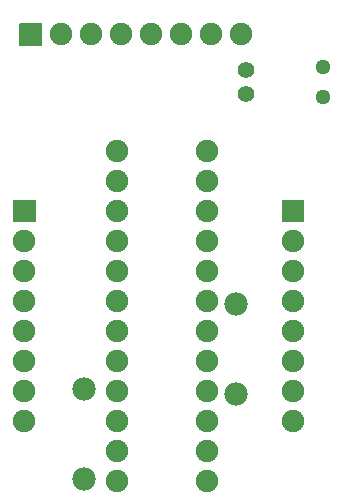
<source format=gbs>
G04 Layer: BottomSolderMaskLayer*
G04 EasyEDA v6.5.9, 2022-08-12 00:02:45*
G04 2a9479771ff5440bbc068576edc866e0,fa163e59c691420ea6e3b66f1dbf35ee,10*
G04 Gerber Generator version 0.2*
G04 Scale: 100 percent, Rotated: No, Reflected: No *
G04 Dimensions in millimeters *
G04 leading zeros omitted , absolute positions ,4 integer and 5 decimal *
%FSLAX45Y45*%
%MOMM*%

%ADD10C,1.9016*%
%ADD11C,1.4016*%
%ADD12C,1.2954*%
%ADD13C,1.9812*%
%ADD14C,1.6256*%

%LPD*%
G36*
X2198908Y8442614D02*
G01*
X2197384Y8442868D01*
X2195860Y8443630D01*
X2194844Y8444646D01*
X2194082Y8446170D01*
X2193828Y8447694D01*
X2193797Y8447786D01*
X2193797Y8627618D01*
X2193828Y8627694D01*
X2194082Y8629218D01*
X2194844Y8630742D01*
X2195860Y8631758D01*
X2197384Y8632520D01*
X2198908Y8632774D01*
X2198877Y8632697D01*
X2378963Y8632697D01*
X2378908Y8632774D01*
X2380432Y8632520D01*
X2381956Y8631758D01*
X2382972Y8630742D01*
X2383734Y8629218D01*
X2383988Y8627694D01*
X2384043Y8627618D01*
X2384043Y8447786D01*
X2383988Y8447694D01*
X2383734Y8446170D01*
X2382972Y8444646D01*
X2381956Y8443630D01*
X2380432Y8442868D01*
X2378908Y8442614D01*
X2378963Y8442705D01*
X2198877Y8442705D01*
G37*
D10*
G01*
X2288895Y8283702D03*
G01*
X2288895Y8029702D03*
G01*
X2288895Y7775702D03*
G01*
X2288895Y7521702D03*
G01*
X2288895Y7267702D03*
G01*
X2288895Y7013702D03*
G01*
X2288895Y6759702D03*
G36*
X4472208Y8442614D02*
G01*
X4470684Y8442868D01*
X4469160Y8443630D01*
X4468144Y8444646D01*
X4467382Y8446170D01*
X4467128Y8447694D01*
X4467097Y8447786D01*
X4467097Y8627618D01*
X4467128Y8627694D01*
X4467382Y8629218D01*
X4468144Y8630742D01*
X4469160Y8631758D01*
X4470684Y8632520D01*
X4472208Y8632774D01*
X4472177Y8632697D01*
X4652263Y8632697D01*
X4652208Y8632774D01*
X4653732Y8632520D01*
X4655256Y8631758D01*
X4656272Y8630742D01*
X4657034Y8629218D01*
X4657288Y8627694D01*
X4657343Y8627618D01*
X4657343Y8447786D01*
X4657288Y8447694D01*
X4657034Y8446170D01*
X4656272Y8444646D01*
X4655256Y8443630D01*
X4653732Y8442868D01*
X4652208Y8442614D01*
X4652263Y8442705D01*
X4472177Y8442705D01*
G37*
G01*
X4562220Y8283702D03*
G01*
X4562220Y8029702D03*
G01*
X4562220Y7775702D03*
G01*
X4562220Y7521702D03*
G01*
X4562220Y7267702D03*
G01*
X4562220Y7013702D03*
G01*
X4562220Y6759702D03*
G36*
X2250186Y9934955D02*
G01*
X2250094Y9935011D01*
X2248570Y9935265D01*
X2247046Y9936027D01*
X2246030Y9937043D01*
X2245268Y9938567D01*
X2245014Y9940091D01*
X2245106Y9940036D01*
X2245106Y10120121D01*
X2245014Y10120091D01*
X2245268Y10121615D01*
X2246030Y10123139D01*
X2247046Y10124155D01*
X2248570Y10124917D01*
X2250094Y10125171D01*
X2250186Y10125202D01*
X2430018Y10125202D01*
X2430094Y10125171D01*
X2431618Y10124917D01*
X2433142Y10124155D01*
X2434158Y10123139D01*
X2434920Y10121615D01*
X2435174Y10120091D01*
X2435097Y10120121D01*
X2435097Y9940036D01*
X2435174Y9940091D01*
X2434920Y9938567D01*
X2434158Y9937043D01*
X2433142Y9936027D01*
X2431618Y9935265D01*
X2430094Y9935011D01*
X2430018Y9934955D01*
G37*
G01*
X2594102Y10030079D03*
G01*
X2848102Y10030079D03*
G01*
X3102102Y10030079D03*
G01*
X3356102Y10030079D03*
G01*
X3610102Y10030079D03*
G01*
X3864102Y10030079D03*
G01*
X4118102Y10030079D03*
D11*
G01*
X4168495Y9729901D03*
G01*
X4168495Y9529902D03*
D12*
G01*
X4816220Y9502902D03*
G01*
X4816220Y9756902D03*
D13*
G01*
X4079595Y6988302D03*
G01*
X4079595Y7750302D03*
G01*
X2796895Y7026402D03*
G01*
X2796895Y6264402D03*
D10*
G01*
X3076295Y9045702D03*
G01*
X3076295Y8791702D03*
G01*
X3076295Y7521702D03*
G01*
X3076295Y7267702D03*
G01*
X3076295Y8537702D03*
G01*
X3076295Y8283702D03*
G01*
X3076295Y7775702D03*
G01*
X3076295Y8029702D03*
G01*
X3076295Y7013702D03*
G01*
X3076295Y6759702D03*
G01*
X3076295Y6505702D03*
G01*
X3076295Y6251702D03*
G01*
X3838295Y6251702D03*
G01*
X3838295Y6505702D03*
G01*
X3838295Y6759702D03*
G01*
X3838295Y7013702D03*
G01*
X3838295Y7267702D03*
G01*
X3838295Y7521702D03*
G01*
X3838295Y7775702D03*
G01*
X3838295Y8029702D03*
G01*
X3838295Y8283702D03*
G01*
X3838295Y8537702D03*
G01*
X3838295Y8791702D03*
G01*
X3838295Y9045702D03*
D14*
G01*
X4562220Y7267702D03*
M02*

</source>
